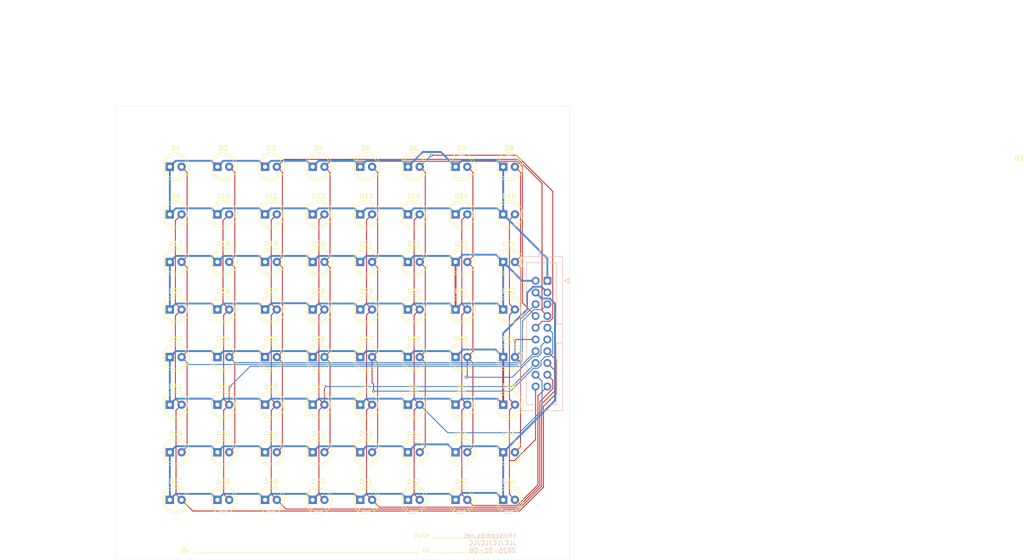
<source format=kicad_pcb>
(kicad_pcb (version 20241229) (generator "pcbnew") (generator_version "9.0")
  (title_block (date "2026-01-06") (company "Chris Combs"))
  (layers (0 "F.Cu" signal) (2 "B.Cu" signal) (13 "F.Paste" user) (15 "B.Paste" user) (5 "F.SilkS" user "F.Silkscreen") (7 "B.SilkS" user "B.Silkscreen") (1 "F.Mask" user) (3 "B.Mask" user) (25 "Edge.Cuts" user))
  (net 0 "")
  (net 1 "SRC_{00}")
  (net 2 "SINK_{00}")
  (net 3 "SRC_{01}")
  (net 4 "SRC_{02}")
  (net 5 "SRC_{03}")
  (net 6 "SRC_{04}")
  (net 7 "SRC_{05}")
  (net 8 "SRC_{06}")
  (net 9 "SRC_{07}")
  (net 10 "SRC_{08}")
  (net 11 "SRC_{09}")
  (net 12 "SRC_{10}")
  (net 13 "SRC_{11}")
  (net 14 "SRC_{12}")
  (net 15 "SRC_{13}")
  (net 16 "SRC_{14}")
  (net 17 "SRC_{15}")
  (net 18 "SINK_{01}")
  (net 19 "SINK_{02}")
  (net 20 "SINK_{03}")
  (footprint "LED_THT:LED_D5.0mm" (layer "F.Cu") (at 163.62733 73.571428)
    (property "Reference" "D24")
    (property "Value" "LED")
  )
  (footprint "LED_THT:LED_D5.0mm" (layer "F.Cu") (at 112.198758 114.714285)
    (property "Reference" "D51")
    (property "Value" "LED")
  )
  (footprint "LED_THT:LED_D5.0mm" (layer "F.Cu") (at 91.62733 114.714285)
    (property "Reference" "D49")
    (property "Value" "LED")
  )
  (footprint "LED_THT:LED_D5.0mm" (layer "F.Cu") (at 132.770187 63.285714)
    (property "Reference" "D13")
    (property "Value" "LED")
  )
  (footprint "LED_THT:LED_D5.0mm" (layer "F.Cu") (at 132.770187 73.571428)
    (property "Reference" "D21")
    (property "Value" "LED")
  )
  (footprint "LED_THT:LED_D5.0mm" (layer "F.Cu") (at 91.62733 125)
    (property "Reference" "D57")
    (property "Value" "LED")
  )
  (footprint "LED_THT:LED_D5.0mm" (layer "F.Cu") (at 122.484472 63.285714)
    (property "Reference" "D12")
    (property "Value" "LED")
  )
  (footprint "LED_THT:LED_D5.0mm" (layer "F.Cu") (at 132.770187 114.714285)
    (property "Reference" "D53")
    (property "Value" "LED")
  )
  (footprint "LED_THT:LED_D5.0mm" (layer "F.Cu") (at 153.341615 83.857142)
    (property "Reference" "D31")
    (property "Value" "LED")
  )
  (footprint "LED_THT:LED_D5.0mm" (layer "F.Cu") (at 112.198758 104.428571)
    (property "Reference" "D43")
    (property "Value" "LED")
  )
  (footprint "LED_THT:LED_D5.0mm" (layer "F.Cu") (at 91.62733 104.428571)
    (property "Reference" "D41")
    (property "Value" "LED")
  )
  (footprint "LED_THT:LED_D5.0mm" (layer "F.Cu") (at 101.913044 73.571428)
    (property "Reference" "D18")
    (property "Value" "LED")
  )
  (footprint "LED_THT:LED_D5.0mm" (layer "F.Cu") (at 132.770187 83.857142)
    (property "Reference" "D29")
    (property "Value" "LED")
  )
  (footprint "LED_THT:LED_D5.0mm" (layer "F.Cu") (at 132.770187 104.428571)
    (property "Reference" "D45")
    (property "Value" "LED")
  )
  (footprint "LED_THT:LED_D5.0mm" (layer "F.Cu") (at 132.770187 94.142857)
    (property "Reference" "D37")
    (property "Value" "LED")
  )
  (footprint "LED_THT:LED_D5.0mm" (layer "F.Cu") (at 153.341615 73.571428)
    (property "Reference" "D23")
    (property "Value" "LED")
  )
  (footprint "LED_THT:LED_D5.0mm" (layer "F.Cu") (at 143.055901 83.857142)
    (property "Reference" "D30")
    (property "Value" "LED")
  )
  (footprint "LED_THT:LED_D5.0mm" (layer "F.Cu") (at 91.62733 83.857142)
    (property "Reference" "D25")
    (property "Value" "LED")
  )
  (footprint "LED_THT:LED_D5.0mm" (layer "F.Cu") (at 122.484472 53)
    (property "Reference" "D4")
    (property "Value" "LED")
  )
  (footprint "LED_THT:LED_D5.0mm" (layer "F.Cu") (at 163.62733 63.285714)
    (property "Reference" "D16")
    (property "Value" "LED")
  )
  (footprint "LED_THT:LED_D5.0mm" (layer "F.Cu") (at 163.62733 53)
    (property "Reference" "D8")
    (property "Value" "LED")
  )
  (footprint "LED_THT:LED_D5.0mm" (layer "F.Cu") (at 143.055901 63.285714)
    (property "Reference" "D14")
    (property "Value" "LED")
  )
  (footprint "LED_THT:LED_D5.0mm" (layer "F.Cu") (at 143.055901 53)
    (property "Reference" "D6")
    (property "Value" "LED")
  )
  (footprint "LED_THT:LED_D5.0mm" (layer "F.Cu") (at 132.770187 53)
    (property "Reference" "D5")
    (property "Value" "LED")
  )
  (footprint "LED_THT:LED_D5.0mm" (layer "F.Cu") (at 163.62733 94.142857)
    (property "Reference" "D40")
    (property "Value" "LED")
  )
  (footprint "LED_THT:LED_D5.0mm" (layer "F.Cu") (at 143.055901 125)
    (property "Reference" "D62")
    (property "Value" "LED")
  )
  (footprint "MountingHole:MountingHole_3.2mm_M3" (layer "F.Cu") (at 84 49)
    (property "Reference" "H1" (hide yes))
    (property "Value" "MountingHole" (hide yes))
  )
  (footprint "MountingHole:MountingHole_3.2mm_M3" (layer "F.Cu") (at 174 129)
    (property "Reference" "H3")
    (property "Value" "MountingHole" (hide yes))
  )
  (footprint "LED_THT:LED_D5.0mm" (layer "F.Cu") (at 122.484472 125)
    (property "Reference" "D60")
    (property "Value" "LED")
  )
  (footprint "LED_THT:LED_D5.0mm" (layer "F.Cu") (at 163.62733 104.428571)
    (property "Reference" "D48")
    (property "Value" "LED")
  )
  (footprint "LED_THT:LED_D5.0mm" (layer "F.Cu") (at 122.484472 73.571428)
    (property "Reference" "D20")
    (property "Value" "LED")
  )
  (footprint "LED_THT:LED_D5.0mm" (layer "F.Cu") (at 153.341615 53)
    (property "Reference" "D7")
    (property "Value" "LED")
  )
  (footprint "LED_THT:LED_D5.0mm" (layer "F.Cu") (at 153.341615 114.714285)
    (property "Reference" "D55")
    (property "Value" "LED")
  )
  (footprint "LED_THT:LED_D5.0mm" (layer "F.Cu") (at 101.913044 104.428571)
    (property "Reference" "D42")
    (property "Value" "LED")
  )
  (footprint "LED_THT:LED_D5.0mm" (layer "F.Cu") (at 122.484472 104.428571)
    (property "Reference" "D44")
    (property "Value" "LED")
  )
  (footprint "LED_THT:LED_D5.0mm" (layer "F.Cu") (at 143.055901 114.714285)
    (property "Reference" "D54")
    (property "Value" "LED")
  )
  (footprint "LED_THT:LED_D5.0mm" (layer "F.Cu") (at 91.62733 94.142857)
    (property "Reference" "D33")
    (property "Value" "LED")
  )
  (footprint "LED_THT:LED_D5.0mm" (layer "F.Cu") (at 143.055901 104.428571)
    (property "Reference" "D46")
    (property "Value" "LED")
  )
  (footprint "LED_THT:LED_D5.0mm" (layer "F.Cu") (at 143.055901 73.571428)
    (property "Reference" "D22")
    (property "Value" "LED")
  )
  (footprint "LED_THT:LED_D5.0mm" (layer "F.Cu") (at 101.913044 114.714285)
    (property "Reference" "D50")
    (property "Value" "LED")
  )
  (footprint "LED_THT:LED_D5.0mm" (layer "F.Cu") (at 153.341615 94.142857)
    (property "Reference" "D39")
    (property "Value" "LED")
  )
  (footprint "LED_THT:LED_D5.0mm" (layer "F.Cu") (at 112.198758 63.285714)
    (property "Reference" "D11")
    (property "Value" "LED")
  )
  (footprint "LED_THT:LED_D5.0mm" (layer "F.Cu") (at 112.198758 73.571428)
    (property "Reference" "D19")
    (property "Value" "LED")
  )
  (footprint "LED_THT:LED_D5.0mm" (layer "F.Cu") (at 153.341615 63.285714)
    (property "Reference" "D15")
    (property "Value" "LED")
  )
  (footprint "LED_THT:LED_D5.0mm" (layer "F.Cu") (at 101.913044 125)
    (property "Reference" "D58")
    (property "Value" "LED")
  )
  (footprint "LED_THT:LED_D5.0mm" (layer "F.Cu") (at 101.913044 94.142857)
    (property "Reference" "D34")
    (property "Value" "LED")
  )
  (footprint "LED_THT:LED_D5.0mm" (layer "F.Cu") (at 153.341615 104.428571)
    (property "Reference" "D47")
    (property "Value" "LED")
  )
  (footprint "LED_THT:LED_D5.0mm" (layer "F.Cu") (at 132.770187 125)
    (property "Reference" "D61")
    (property "Value" "LED")
  )
  (footprint "LED_THT:LED_D5.0mm" (layer "F.Cu") (at 112.198758 125)
    (property "Reference" "D59")
    (property "Value" "LED")
  )
  (footprint "LED_THT:LED_D5.0mm" (layer "F.Cu") (at 163.62733 114.714285)
    (property "Reference" "D56")
    (property "Value" "LED")
  )
  (footprint "LED_THT:LED_D5.0mm" (layer "F.Cu") (at 112.198758 94.142857)
    (property "Reference" "D35")
    (property "Value" "LED")
  )
  (footprint "LED_THT:LED_D5.0mm" (layer "F.Cu") (at 122.484472 114.714285)
    (property "Reference" "D52")
    (property "Value" "LED")
  )
  (footprint "LED_THT:LED_D5.0mm" (layer "F.Cu") (at 112.198758 83.857142)
    (property "Reference" "D27")
    (property "Value" "LED")
  )
  (footprint "MountingHole:MountingHole_3.2mm_M3" (layer "F.Cu") (at 174 49)
    (property "Reference" "H2" (hide yes))
    (property "Value" "MountingHole" (hide yes))
  )
  (footprint "LED_THT:LED_D5.0mm" (layer "F.Cu") (at 153.341615 125)
    (property "Reference" "D63")
    (property "Value" "LED")
  )
  (footprint "LED_THT:LED_D5.0mm" (layer "F.Cu") (at 101.913044 63.285714)
    (property "Reference" "D10")
    (property "Value" "LED")
  )
  (footprint "LED_THT:LED_D5.0mm" (layer "F.Cu") (at 163.62733 83.857142)
    (property "Reference" "D32")
    (property "Value" "LED")
  )
  (footprint "LED_THT:LED_D5.0mm" (layer "F.Cu") (at 91.62733 53)
    (property "Reference" "D1")
    (property "Value" "LED")
  )
  (footprint "LED_THT:LED_D5.0mm" (layer "F.Cu") (at 143.055901 94.142857)
    (property "Reference" "D38")
    (property "Value" "LED")
  )
  (footprint "LED_THT:LED_D5.0mm" (layer "F.Cu") (at 122.484472 83.857142)
    (property "Reference" "D28")
    (property "Value" "LED")
  )
  (footprint "LED_THT:LED_D5.0mm" (layer "F.Cu") (at 163.62733 125)
    (property "Reference" "D64")
    (property "Value" "LED")
  )
  (footprint "LED_THT:LED_D5.0mm" (layer "F.Cu") (at 91.62733 63.285714)
    (property "Reference" "D9")
    (property "Value" "LED")
  )
  (footprint "LED_THT:LED_D5.0mm" (layer "F.Cu") (at 101.913044 53)
    (property "Reference" "D2")
    (property "Value" "LED")
  )
  (footprint "LED_THT:LED_D5.0mm" (layer "F.Cu") (at 112.198758 53)
    (property "Reference" "D3")
    (property "Value" "LED")
  )
  (footprint "LED_THT:LED_D5.0mm" (layer "F.Cu") (at 122.484472 94.142857)
    (property "Reference" "D36")
    (property "Value" "LED")
  )
  (footprint "MountingHole:MountingHole_3.2mm_M3" (layer "F.Cu") (at 84 129)
    (property "Reference" "H4" (hide yes))
    (property "Value" "MountingHole" (hide yes))
  )
  (footprint "LED_THT:LED_D5.0mm" (layer "F.Cu") (at 101.913044 83.857142)
    (property "Reference" "D26")
    (property "Value" "LED")
  )
  (footprint "LED_THT:LED_D5.0mm" (layer "F.Cu") (at 91.62733 73.571428)
    (property "Reference" "D17")
    (property "Value" "LED")
  )
  (footprint "Connector_IDC:IDC-Header_2x10_P2.54mm_Vertical" (layer "B.Cu") (at 173.16733 77.64 180)
    (property "Reference" "J1")
    (property "Value" "Conn_02x10_Odd_Even" (hide yes))
  )
  (gr_rect (start 80 40) (end 178 138) (stroke (width 0.05)) (fill no) (layer "Edge.Cuts"))
  (gr_text "Date _____________________\n\nBy ________________________________________________________________ ID _____________________" (at 164.5 136.5 0) (layer "F.SilkS") (effects (font (size 1 1)) (justify right bottom)))
  (gr_text "chriscombs.net\nJLCJLCJLCJLC\n${ISSUE_DATE}" (at 166.5 136.5 0) (layer "B.SilkS") (effects (font (size 1 1) (thickness 0.1)) (justify left bottom mirror)))
  (segment (start 94.16733 53) (end 95.36833 54.201) (width 0.2) (layer "F.Cu") (net 1))
  (segment (start 95.36833 92.941857) (end 95.36833 74.772428) (width 0.2) (layer "F.Cu") (net 1))
  (segment (start 94.16733 94.142857) (end 95.36833 92.941857) (width 0.2) (layer "F.Cu") (net 1))
  (segment (start 95.36833 72.370428) (end 94.16733 73.571428) (width 0.2) (layer "F.Cu") (net 1))
  (segment (start 95.36833 113.513285) (end 94.16733 114.714285) (width 0.2) (layer "F.Cu") (net 1))
  (segment (start 95.36833 95.343857) (end 95.36833 113.513285) (width 0.2) (layer "F.Cu") (net 1))
  (segment (start 94.16733 94.142857) (end 95.36833 95.343857) (width 0.2) (layer "F.Cu") (net 1))
  (segment (start 95.36833 74.772428) (end 94.16733 73.571428) (width 0.2) (layer "F.Cu") (net 1))
  (segment (start 95.36833 54.201) (end 95.36833 72.370428) (width 0.2) (layer "F.Cu") (net 1))
  (segment (start 172.01633 83.871) (end 170.25633 83.871) (width 0.2) (layer "B.Cu") (net 1))
  (segment (start 95.76933 95.744857) (end 94.16733 94.142857) (width 0.2) (layer "B.Cu") (net 1))
  (segment (start 167.76933 94.806428) (end 166.830901 95.744857) (width 0.2) (layer "B.Cu") (net 1))
  (segment (start 170.25633 83.871) (end 167.76933 86.358) (width 0.2) (layer "B.Cu") (net 1))
  (segment (start 166.830901 95.744857) (end 95.76933 95.744857) (width 0.2) (layer "B.Cu") (net 1))
  (segment (start 173.16733 82.72) (end 172.01633 83.871) (width 0.2) (layer "B.Cu") (net 1))
  (segment (start 167.76933 86.358) (end 167.76933 94.806428) (width 0.2) (layer "B.Cu") (net 1))
  (segment (start 152.040615 61.984714) (end 153.341615 63.285714) (width 0.4) (layer "B.Cu") (net 2))
  (segment (start 121.183472 61.984714) (end 122.484472 63.285714) (width 0.4) (layer "B.Cu") (net 2))
  (segment (start 134.270187 51.5) (end 141.555901 51.5) (width 0.4) (layer "B.Cu") (net 2))
  (segment (start 150.140614 49.799) (end 153.341615 53) (width 0.4) (layer "B.Cu") (net 2))
  (segment (start 112.198758 63.285714) (end 113.499758 61.984714) (width 0.4) (layer "B.Cu") (net 2))
  (segment (start 144.356901 61.984714) (end 152.040615 61.984714) (width 0.4) (layer "B.Cu") (net 2))
  (segment (start 101.913044 53) (end 103.214044 51.699) (width 0.4) (layer "B.Cu") (net 2))
  (segment (start 92.92833 51.699) (end 100.612044 51.699) (width 0.4) (layer "B.Cu") (net 2))
  (segment (start 163.62733 53) (end 162.12733 51.5) (width 0.4) (layer "B.Cu") (net 2))
  (segment (start 121.183472 51.699) (end 122.484472 53) (width 0.4) (layer "B.Cu") (net 2))
  (segment (start 123.785472 61.984714) (end 131.469187 61.984714) (width 0.4) (layer "B.Cu") (net 2))
  (segment (start 153.341615 63.285714) (end 154.642615 61.984714) (width 0.4) (layer "B.Cu") (net 2))
  (segment (start 143.055901 63.285714) (end 144.356901 61.984714) (width 0.4) (layer "B.Cu") (net 2))
  (segment (start 113.499758 51.699) (end 121.183472 51.699) (width 0.4) (layer "B.Cu") (net 2))
  (segment (start 91.62733 53) (end 92.92833 51.699) (width 0.4) (layer "B.Cu") (net 2))
  (segment (start 132.770187 53) (end 134.270187 51.5) (width 0.4) (layer "B.Cu") (net 2))
  (segment (start 162.32633 61.984714) (end 163.62733 63.285714) (width 0.4) (layer "B.Cu") (net 2))
  (segment (start 112.198758 53) (end 113.499758 51.699) (width 0.4) (layer "B.Cu") (net 2))
  (segment (start 141.555901 51.5) (end 143.055901 53) (width 0.4) (layer "B.Cu") (net 2))
  (segment (start 173.16733 72.825714) (end 163.62733 63.285714) (width 0.4) (layer "B.Cu") (net 2))
  (segment (start 92.92833 61.984714) (end 100.612044 61.984714) (width 0.4) (layer "B.Cu") (net 2))
  (segment (start 110.897758 51.699) (end 112.198758 53) (width 0.4) (layer "B.Cu") (net 2))
  (segment (start 100.612044 61.984714) (end 101.913044 63.285714) (width 0.4) (layer "B.Cu") (net 2))
  (segment (start 146.256901 49.799) (end 150.140614 49.799) (width 0.4) (layer "B.Cu") (net 2))
  (segment (start 143.055901 53) (end 146.256901 49.799) (width 0.4) (layer "B.Cu") (net 2))
  (segment (start 154.841615 51.5) (end 153.341615 53) (width 0.4) (layer "B.Cu") (net 2))
  (segment (start 103.214044 61.984714) (end 110.897758 61.984714) (width 0.4) (layer "B.Cu") (net 2))
  (segment (start 91.62733 63.285714) (end 92.92833 61.984714) (width 0.4) (layer "B.Cu") (net 2))
  (segment (start 123.785472 51.699) (end 131.469187 51.699) (width 0.4) (layer "B.Cu") (net 2))
  (segment (start 122.484472 63.285714) (end 123.785472 61.984714) (width 0.4) (layer "B.Cu") (net 2))
  (segment (start 141.754901 61.984714) (end 143.055901 63.285714) (width 0.4) (layer "B.Cu") (net 2))
  (segment (start 100.612044 51.699) (end 101.913044 53) (width 0.4) (layer "B.Cu") (net 2))
  (segment (start 162.12733 51.5) (end 154.841615 51.5) (width 0.4) (layer "B.Cu") (net 2))
  (segment (start 132.770187 63.285714) (end 134.071187 61.984714) (width 0.4) (layer "B.Cu") (net 2))
  (segment (start 131.469187 51.699) (end 132.770187 53) (width 0.4) (layer "B.Cu") (net 2))
  (segment (start 110.897758 61.984714) (end 112.198758 63.285714) (width 0.4) (layer "B.Cu") (net 2))
  (segment (start 103.214044 51.699) (end 110.897758 51.699) (width 0.4) (layer "B.Cu") (net 2))
  (segment (start 131.469187 61.984714) (end 132.770187 63.285714) (width 0.4) (layer "B.Cu") (net 2))
  (segment (start 173.16733 77.64) (end 173.16733 72.825714) (width 0.4) (layer "B.Cu") (net 2))
  (segment (start 154.642615 61.984714) (end 162.32633 61.984714) (width 0.4) (layer "B.Cu") (net 2))
  (segment (start 122.484472 53) (end 123.785472 51.699) (width 0.4) (layer "B.Cu") (net 2))
  (segment (start 113.499758 61.984714) (end 121.183472 61.984714) (width 0.4) (layer "B.Cu") (net 2))
  (segment (start 163.62733 63.285714) (end 163.62733 53) (width 0.4) (layer "B.Cu") (net 2))
  (segment (start 91.62733 63.285714) (end 91.62733 53) (width 0.4) (layer "B.Cu") (net 2))
  (segment (start 134.071187 61.984714) (end 141.754901 61.984714) (width 0.4) (layer "B.Cu") (net 2))
  (segment (start 101.913044 63.285714) (end 103.214044 61.984714) (width 0.4) (layer "B.Cu") (net 2))
  (segment (start 105.654044 95.343857) (end 104.453044 94.142857) (width 0.2) (layer "F.Cu") (net 3))
  (segment (start 104.453044 73.571428) (end 105.654044 72.370428) (width 0.2) (layer "F.Cu") (net 3))
  (segment (start 104.453044 114.714285) (end 105.654044 113.513285) (width 0.2) (layer "F.Cu") (net 3))
  (segment (start 105.654044 92.941857) (end 105.654044 74.772428) (width 0.2) (layer "F.Cu") (net 3))
  (segment (start 105.654044 74.772428) (end 104.453044 73.571428) (width 0.2) (layer "F.Cu") (net 3))
  (segment (start 105.654044 54.201) (end 104.453044 53) (width 0.2) (layer "F.Cu") (net 3))
  (segment (start 105.654044 113.513285) (end 105.654044 95.343857) (width 0.2) (layer "F.Cu") (net 3))
  (segment (start 105.654044 72.370428) (end 105.654044 54.201) (width 0.2) (layer "F.Cu") (net 3))
  (segment (start 104.453044 94.142857) (end 105.654044 92.941857) (width 0.2) (layer "F.Cu") (net 3))
  (segment (start 167.36833 94.640328) (end 166.664801 95.343857) (width 0.2) (layer "B.Cu") (net 3))
  (segment (start 105.654044 95.343857) (end 104.453044 94.142857) (width 0.2) (layer "B.Cu") (net 3))
  (segment (start 170.62733 82.72) (end 167.36833 85.979) (width 0.2) (layer "B.Cu") (net 3))
  (segment (start 167.36833 85.979) (end 167.36833 94.640328) (width 0.2) (layer "B.Cu") (net 3))
  (segment (start 166.664801 95.343857) (end 105.654044 95.343857) (width 0.2) (layer "B.Cu") (net 3))
  (segment (start 115.939758 95.343857) (end 114.738758 94.142857) (width 0.2) (layer "F.Cu") (net 4))
  (segment (start 115.939758 72.370428) (end 114.738758 73.571428) (width 0.2) (layer "F.Cu") (net 4))
  (segment (start 114.738758 94.142857) (end 115.939758 92.941857) (width 0.2) (layer "F.Cu") (net 4))
  (segment (start 114.738758 53) (end 115.939758 54.201) (width 0.2) (layer "F.Cu") (net 4))
  (segment (start 115.939758 54.201) (end 115.939758 72.370428) (width 0.2) (layer "F.Cu") (net 4))
  (segment (start 172.01633 84.109) (end 172.01633 56.583429) (width 0.2) (layer "F.Cu") (net 4))
  (segment (start 172.01633 56.583429) (end 166.830901 51.398) (width 0.2) (layer "F.Cu") (net 4))
  (segment (start 115.939758 74.772428) (end 114.738758 73.571428) (width 0.2) (layer "F.Cu") (net 4))
  (segment (start 115.939758 113.513285) (end 115.939758 95.343857) (width 0.2) (layer "F.Cu") (net 4))
  (segment (start 166.830901 51.398) (end 116.340758 51.398) (width 0.2) (layer "F.Cu") (net 4))
  (segment (start 116.340758 51.398) (end 114.738758 53) (width 0.2) (layer "F.Cu") (net 4))
  (segment (start 173.16733 85.26) (end 172.01633 84.109) (width 0.2) (layer "F.Cu") (net 4))
  (segment (start 114.738758 114.714285) (end 115.939758 113.513285) (width 0.2) (layer "F.Cu") (net 4))
  (segment (start 115.939758 92.941857) (end 115.939758 74.772428) (width 0.2) (layer "F.Cu") (net 4))
  (segment (start 125.024472 114.714285) (end 126.225472 113.513285) (width 0.2) (layer "F.Cu") (net 5))
  (segment (start 125.024472 94.142857) (end 126.225472 92.941857) (width 0.2) (layer "F.Cu") (net 5))
  (segment (start 166.664801 51.799) (end 126.225472 51.799) (width 0.2) (layer "F.Cu") (net 5))
  (segment (start 125.024472 53) (end 126.225472 54.201) (width 0.2) (layer "F.Cu") (net 5))
  (segment (start 170.62733 85.26) (end 167.76933 82.402) (width 0.2) (layer "F.Cu") (net 5))
  (segment (start 126.225472 54.201) (end 126.225472 72.370428) (width 0.2) (layer "F.Cu") (net 5))
  (segment (start 126.225472 72.370428) (end 125.024472 73.571428) (width 0.2) (layer "F.Cu") (net 5))
  (segment (start 126.225472 95.343857) (end 125.024472 94.142857) (width 0.2) (layer "F.Cu") (net 5))
  (segment (start 126.225472 92.941857) (end 126.225472 74.772428) (width 0.2) (layer "F.Cu") (net 5))
  (segment (start 167.76933 52.903529) (end 166.664801 51.799) (width 0.2) (layer "F.Cu") (net 5))
  (segment (start 126.225472 113.513285) (end 126.225472 95.343857) (width 0.2) (layer "F.Cu") (net 5))
  (segment (start 126.225472 51.799) (end 125.024472 53) (width 0.2) (layer "F.Cu") (net 5))
  (segment (start 126.225472 74.772428) (end 125.024472 73.571428) (width 0.2) (layer "F.Cu") (net 5))
  (segment (start 167.76933 82.402) (end 167.76933 52.903529) (width 0.2) (layer "F.Cu") (net 5))
  (segment (start 135.310187 94.142857) (end 136.511187 95.343857) (width 0.2) (layer "F.Cu") (net 6))
  (segment (start 135.62733 100) (end 135.310187 99.682857) (width 0.2) (layer "F.Cu") (net 6))
  (segment (start 136.511187 74.772428) (end 135.310187 73.571428) (width 0.2) (layer "F.Cu") (net 6))
  (segment (start 135.310187 53) (end 136.511187 54.201) (width 0.2) (layer "F.Cu") (net 6))
  (segment (start 136.511187 95.343857) (end 136.511187 113.513285) (width 0.2) (layer "F.Cu") (net 6))
  (segment (start 135.310187 94.142857) (end 136.511187 92.941857) (width 0.2) (layer "F.Cu") (net 6))
  (segment (start 135.62733 101.5) (end 135.62733 100) (width 0.2) (layer "F.Cu") (net 6))
  (segment (start 136.511187 54.201) (end 136.511187 72.370428) (width 0.2) (layer "F.Cu") (net 6))
  (segment (start 136.511187 113.513285) (end 135.310187 114.714285) (width 0.2) (layer "F.Cu") (net 6))
  (segment (start 135.310187 99.682857) (end 135.310187 94.142857) (width 0.2) (layer "F.Cu") (net 6))
  (segment (start 136.511187 92.941857) (end 136.511187 74.772428) (width 0.2) (layer "F.Cu") (net 6))
  (segment (start 136.511187 72.370428) (end 135.310187 73.571428) (width 0.2) (layer "F.Cu") (net 6))
  (via (at 135.62733 101.5) (size 0.6) (drill 0.3) (layers "F.Cu" "B.Cu") (net 6))
  (segment (start 171.77833 94.94324) (end 171.77833 95.89676) (width 0.2) (layer "B.Cu") (net 6))
  (segment (start 171.10409 96.571) (end 170.15057 96.571) (width 0.2) (layer "B.Cu") (net 6))
  (segment (start 165.22157 101.5) (end 135.62733 101.5) (width 0.2) (layer "B.Cu") (net 6))
  (segment (start 172.69057 94.031) (end 171.77833 94.94324) (width 0.2) (layer "B.Cu") (net 6))
  (segment (start 173.16733 87.8) (end 174.31833 88.951) (width 0.2) (layer "B.Cu") (net 6))
  (segment (start 174.31833 93.35676) (end 173.64409 94.031) (width 0.2) (layer "B.Cu") (net 6))
  (segment (start 173.64409 94.031) (end 172.69057 94.031) (width 0.2) (layer "B.Cu") (net 6))
  (segment (start 174.31833 88.951) (end 174.31833 93.35676) (width 0.2) (layer "B.Cu") (net 6))
  (segment (start 170.15057 96.571) (end 165.22157 101.5) (width 0.2) (layer "B.Cu") (net 6))
  (segment (start 171.77833 95.89676) (end 171.10409 96.571) (width 0.2) (layer "B.Cu") (net 6))
  (segment (start 146.796901 113.513285) (end 146.796901 95.343857) (width 0.2) (layer "F.Cu") (net 7))
  (segment (start 148.12733 50.5) (end 166.5 50.5) (width 0.2) (layer "F.Cu") (net 7))
  (segment (start 145.595901 94.142857) (end 146.796901 92.941857) (width 0.2) (layer "F.Cu") (net 7))
  (segment (start 174.31833 58.31833) (end 174.31833 85.73676) (width 0.2) (layer "F.Cu") (net 7))
  (segment (start 146.796901 54.201) (end 145.595901 53) (width 0.2) (layer "F.Cu") (net 7))
  (segment (start 145.595901 114.714285) (end 146.796901 113.513285) (width 0.2) (layer "F.Cu") (net 7))
  (segment (start 173.64409 86.411) (end 172.01633 86.411) (width 0.2) (layer "F.Cu") (net 7))
  (segment (start 146.796901 92.941857) (end 146.796901 74.772428) (width 0.2) (layer "F.Cu") (net 7))
  (segment (start 146.796901 72.370428) (end 146.796901 54.201) (width 0.2) (layer "F.Cu") (net 7))
  (segment (start 166.5 50.5) (end 174.31833 58.31833) (width 0.2) (layer "F.Cu") (net 7))
  (segment (start 145.595901 73.571428) (end 146.796901 72.370428) (width 0.2) (layer "F.Cu") (net 7))
  (segment (start 174.31833 85.73676) (end 173.64409 86.411) (width 0.2) (layer "F.Cu") (net 7))
  (segment (start 146.796901 74.772428) (end 145.595901 73.571428) (width 0.2) (layer "F.Cu") (net 7))
  (segment (start 146.796901 95.343857) (end 145.595901 94.142857) (width 0.2) (layer "F.Cu") (net 7))
  (segment (start 172.01633 86.411) (end 170.62733 87.8) (width 0.2) (layer "F.Cu") (net 7))
  (via (at 148.12733 50.5) (size 0.6) (drill 0.3) (layers "F.Cu" "B.Cu") (net 7))
  (segment (start 146.611615 51.984285) (end 146.643045 51.984285) (width 0.2) (layer "B.Cu") (net 7))
  (segment (start 146.643045 51.984285) (end 148.12733 50.5) (width 0.2) (layer "B.Cu") (net 7))
  (segment (start 146.611615 51.984285) (end 145.595901 53) (width 0.2) (layer "B.Cu") (net 7))
  (segment (start 155.881615 73.571428) (end 157.082615 74.772428) (width 0.2) (layer "F.Cu") (net 8))
  (segment (start 157.082615 74.772428) (end 157.082615 92.941857) (width 0.2) (layer "F.Cu") (net 8))
  (segment (start 157.082615 72.370428) (end 155.881615 73.571428) (width 0.2) (layer "F.Cu") (net 8))
  (segment (start 157.082615 54.201) (end 157.082615 72.370428) (width 0.2) (layer "F.Cu") (net 8))
  (segment (start 155.881615 53) (end 157.082615 54.201) (width 0.2) (layer "F.Cu") (net 8))
  (segment (start 155.62733 98.5) (end 155.881615 98.245715) (width 0.2) (layer "F.Cu") (net 8))
  (segment (start 155.881615 98.245715) (end 155.881615 94.142857) (width 0.2) (layer "F.Cu") (net 8))
  (segment (start 157.082615 92.941857) (end 155.881615 94.142857) (width 0.2) (layer "F.Cu") (net 8))
  (segment (start 157.082615 113.513285) (end 155.881615 114.714285) (width 0.2) (layer "F.Cu") (net 8))
  (segment (start 157.082615 95.343857) (end 157.082615 113.513285) (width 0.2) (layer "F.Cu") (net 8))
  (segment (start 155.881615 94.142857) (end 157.082615 95.343857) (width 0.2) (layer "F.Cu") (net 8))
  (via (at 155.62733 98.5) (size 0.6) (drill 0.3) (layers "F.Cu" "B.Cu") (net 8))
  (segment (start 173.16733 90.34) (end 171.77833 91.729) (width 0.2) (layer "B.Cu") (net 8))
  (segment (start 165.57443 98.5) (end 155.62733 98.5) (width 0.2) (layer "B.Cu") (net 8))
  (segment (start 171.10409 94.031) (end 170.04343 94.031) (width 0.2) (layer "B.Cu") (net 8))
  (segment (start 171.77833 93.35676) (end 171.10409 94.031) (width 0.2) (layer "B.Cu") (net 8))
  (segment (start 171.77833 91.729) (end 171.77833 93.35676) (width 0.2) (layer "B.Cu") (net 8))
  (segment (start 170.04343 94.031) (end 165.57443 98.5) (width 0.2) (layer "B.Cu") (net 8))
  (segment (start 167.36833 95.343857) (end 166.16733 94.142857) (width 0.2) (layer "F.Cu") (net 9))
  (segment (start 167.36833 74.772428) (end 166.16733 73.571428) (width 0.2) (layer "F.Cu") (net 9))
  (segment (start 166.28733 90.34) (end 166.12733 90.5) (width 0.2) (layer "F.Cu") (net 9))
  (segment (start 166.16733 114.714285) (end 167.36833 113.513285) (width 0.2) (layer "F.Cu") (net 9))
  (segment (start 170.62733 90.34) (end 166.28733 90.34) (width 0.2) (layer "F.Cu") (net 9))
  (segment (start 167.36833 54.201) (end 166.16733 53) (width 0.2) (layer "F.Cu") (net 9))
  (segment (start 167.36833 72.370428) (end 167.36833 54.201) (width 0.2) (layer "F.Cu") (net 9))
  (segment (start 166.16733 94.142857) (end 167.36833 92.941857) (width 0.2) (layer "F.Cu") (net 9))
  (segment (start 167.36833 113.513285) (end 167.36833 95.343857) (width 0.2) (layer "F.Cu") (net 9))
  (segment (start 166.16733 73.571428) (end 167.36833 72.370428) (width 0.2) (layer "F.Cu") (net 9))
  (segment (start 167.36833 92.941857) (end 167.36833 74.772428) (width 0.2) (layer "F.Cu") (net 9))
  (via (at 166.12733 90.5) (size 0.6) (drill 0.3) (layers "F.Cu" "B.Cu") (net 9))
  (segment (start 166.16733 90.54) (end 166.16733 94.142857) (width 0.2) (layer "B.Cu") (net 9))
  (segment (start 166.12733 90.5) (end 166.16733 90.54) (width 0.2) (layer "B.Cu") (net 9))
  (segment (start 92.96633 123.799) (end 94.16733 125) (width 0.2) (layer "F.Cu") (net 10))
  (segment (start 175.12033 102) (end 175.12033 94.833) (width 0.2) (layer "F.Cu") (net 10))
  (segment (start 96.57133 127.404) (end 167.163101 127.404) (width 0.2) (layer "F.Cu") (net 10))
  (segment (start 94.16733 63.285714) (end 92.82833 64.624714) (width 0.2) (layer "F.Cu") (net 10))
  (segment (start 172.33033 104.79) (end 175.12033 102) (width 0.2) (layer "F.Cu") (net 10))
  (segment (start 94.16733 125) (end 96.57133 127.404) (width 0.2) (layer "F.Cu") (net 10))
  (segment (start 167.163101 127.404) (end 172.097215 122.469885) (width 0.2) (layer "F.Cu") (net 10))
  (segment (start 92.82833 103.089571) (end 94.16733 104.428571) (width 0.2) (layer "F.Cu") (net 10))
  (segment (start 92.82833 64.624714) (end 92.82833 82.518142) (width 0.2) (layer "F.Cu") (net 10))
  (segment (start 172.097215 122.469885) (end 172.33033 122.236772) (width 0.2) (layer "F.Cu") (net 10))
  (segment (start 94.16733 104.428571) (end 92.96633 105.629571) (width 0.2) (layer "F.Cu") (net 10))
  (segment (start 172.33033 122.236772) (end 172.33033 104.79) (width 0.2) (layer "F.Cu") (net 10))
  (segment (start 92.96633 105.629571) (end 92.96633 123.799) (width 0.2) (layer "F.Cu") (net 10))
  (segment (start 175.12033 94.833) (end 173.16733 92.88) (width 0.2) (layer "F.Cu") (net 10))
  (segment (start 94.16733 83.857142) (end 92.82833 85.196142) (width 0.2) (layer "F.Cu") (net 10))
  (segment (start 92.82833 85.196142) (end 92.82833 103.089571) (width 0.2) (layer "F.Cu") (net 10))
  (segment (start 92.82833 82.518142) (end 94.16733 83.857142) (width 0.2) (layer "F.Cu") (net 10))
  (segment (start 103.252044 103.227571) (end 103.252044 85.058142) (width 0.2) (layer "F.Cu") (net 11))
  (segment (start 103.114044 82.518142) (end 103.114044 64.624714) (width 0.2) (layer "F.Cu") (net 11))
  (segment (start 103.114044 64.624714) (end 104.453044 63.285714) (width 0.2) (layer "F.Cu") (net 11))
  (segment (start 104.453044 83.857142) (end 103.114044 82.518142) (width 0.2) (layer "F.Cu") (net 11))
  (segment (start 104.453044 100.674286) (end 104.453044 104.428571) (width 0.2) (layer "F.Cu") (net 11))
  (segment (start 103.252044 105.629571) (end 104.453044 104.428571) (width 0.2) (layer "F.Cu") (net 11))
  (segment (start 104.62733 100.5) (end 104.453044 100.674286) (width 0.2) (layer "F.Cu") (net 11))
  (segment (start 103.252044 123.799) (end 103.252044 105.629571) (width 0.2) (layer "F.Cu") (net 11))
  (segment (start 103.252044 85.058142) (end 104.453044 83.857142) (width 0.2) (layer "F.Cu") (net 11))
  (segment (start 104.453044 104.428571) (end 103.252044 103.227571) (width 0.2) (layer "F.Cu") (net 11))
  (segment (start 104.453044 125) (end 103.252044 123.799) (width 0.2) (layer "F.Cu") (net 11))
  (via (at 104.62733 100.5) (size 0.6) (drill 0.3) (layers "F.Cu" "B.Cu") (net 11))
  (segment (start 108.981473 96.145857) (end 104.62733 100.5) (width 0.2) (layer "B.Cu") (net 11))
  (segment (start 170.62733 92.88) (end 167.361473 96.145857) (width 0.2) (layer "B.Cu") (net 11))
  (segment (start 167.361473 96.145857) (end 108.981473 96.145857) (width 0.2) (layer "B.Cu") (net 11))
  (segment (start 166.997001 127.003) (end 171.063665 122.936335) (width 0.2) (layer "F.Cu") (net 12))
  (segment (start 113.537758 82.656142) (end 113.537758 64.486714) (width 0.2) (layer "F.Cu") (net 12))
  (segment (start 114.738758 104.428571) (end 113.537758 103.227571) (width 0.2) (layer "F.Cu") (net 12))
  (segment (start 113.537758 64.486714) (end 114.738758 63.285714) (width 0.2) (layer "F.Cu") (net 12))
  (segment (start 113.537758 123.799) (end 113.537758 105.629571) (width 0.2) (layer "F.Cu") (net 12))
  (segment (start 171.92933 122.070672) (end 171.92933 104.29) (width 0.2) (layer "F.Cu") (net 12))
  (segment (start 174.71933 96.972) (end 173.16733 95.42) (width 0.2) (layer "F.Cu") (net 12))
  (segment (start 113.537758 105.629571) (end 114.738758 104.428571) (width 0.2) (layer "F.Cu") (net 12))
  (segment (start 114.738758 83.857142) (end 113.537758 82.656142) (width 0.2) (layer "F.Cu") (net 12))
  (segment (start 171.063665 122.936335) (end 171.92933 122.070672) (width 0.2) (layer "F.Cu") (net 12))
  (segment (start 114.738758 125) (end 113.537758 123.799) (width 0.2) (layer "F.Cu") (net 12))
  (segment (start 113.537758 103.227571) (end 113.537758 85.058142) (width 0.2) (layer "F.Cu") (net 12))
  (segment (start 174.71933 101.5) (end 174.71933 96.972) (width 0.2) (layer "F.Cu") (net 12))
  (segment (start 113.537758 85.058142) (end 114.738758 83.857142) (width 0.2) (layer "F.Cu") (net 12))
  (segment (start 116.741758 127.003) (end 166.997001 127.003) (width 0.2) (layer "F.Cu") (net 12))
  (segment (start 171.92933 104.29) (end 174.71933 101.5) (width 0.2) (layer "F.Cu") (net 12))
  (segment (start 114.738758 125) (end 116.741758 127.003) (width 0.2) (layer "F.Cu") (net 12))
  (segment (start 125.024472 125) (end 123.823472 123.799) (width 0.2) (layer "F.Cu") (net 13))
  (segment (start 125.12733 100.5) (end 125.024472 100.602858) (width 0.2) (layer "F.Cu") (net 13))
  (segment (start 123.823472 85.058142) (end 125.024472 83.857142) (width 0.2) (layer "F.Cu") (net 13))
  (segment (start 125.024472 100.602858) (end 125.024472 104.428571) (width 0.2) (layer "F.Cu") (net 13))
  (segment (start 125.024472 104.428571) (end 123.823472 103.227571) (width 0.2) (layer "F.Cu") (net 13))
  (segment (start 123.823472 64.486714) (end 123.823472 82.656142) (width 0.2) (layer "F.Cu") (net 13))
  (segment (start 123.823472 123.799) (end 123.823472 105.629571) (width 0.2) (layer "F.Cu") (net 13))
  (segment (start 125.024472 63.285714) (end 123.823472 64.486714) (width 0.2) (layer "F.Cu") (net 13))
  (segment (start 123.823472 82.656142) (end 125.024472 83.857142) (width 0.2) (layer "F.Cu") (net 13))
  (segment (start 123.823472 105.629571) (end 125.024472 104.428571) (width 0.2) (layer "F.Cu") (net 13))
  (segment (start 123.823472 103.227571) (end 123.823472 85.058142) (width 0.2) (layer "F.Cu") (net 13))
  (via (at 125.12733 100.5) (size 0.6) (drill 0.3) (layers "F.Cu" "B.Cu") (net 13))
  (segment (start 165.54733 100.5) (end 125.12733 100.5) (width 0.2) (layer "B.Cu") (net 13))
  (segment (start 170.62733 95.42) (end 165.54733 100.5) (width 0.2) (layer "B.Cu") (net 13))
  (segment (start 134.109187 103.227571) (end 134.109187 85.058142) (width 0.2) (layer "F.Cu") (net 14))
  (segment (start 174.31833 99.111) (end 173.16733 97.96) (width 0.2) (layer "F.Cu") (net 14))
  (segment (start 171.52833 103.79) (end 174.31833 101) (width 0.2) (layer "F.Cu") (net 14))
  (segment (start 174.31833 101) (end 174.31833 99.111) (width 0.2) (layer "F.Cu") (net 14))
  (segment (start 135.310187 125) (end 136.912187 126.602) (width 0.2) (layer "F.Cu") (net 14))
  (segment (start 134.109187 85.058142) (end 135.310187 83.857142) (width 0.2) (layer "F.Cu") (net 14))
  (segment (start 169.530115 123.902785) (end 171.52833 121.904572) (width 0.2) (layer "F.Cu") (net 14))
  (segment (start 171.52833 121.904572) (end 171.52833 103.79) (width 0.2) (layer "F.Cu") (net 14))
  (segment (start 135.310187 125) (end 134.109187 123.799) (width 0.2) (layer "F.Cu") (net 14))
  (segment (start 166.830901 126.602) (end 169.530115 123.902785) (width 0.2) (layer "F.Cu") (net 14))
  (segment (start 134.109187 64.486714) (end 135.310187 63.285714) (width 0.2) (layer "F.Cu") (net 14))
  (segment (start 134.109187 82.656142) (end 134.109187 64.486714) (width 0.2) (layer "F.Cu") (net 14))
  (segment (start 136.912187 126.602) (end 166.830901 126.602) (width 0.2) (layer "F.Cu") (net 14))
  (segment (start 135.310187 104.428571) (end 134.109187 103.227571) (width 0.2) (layer "F.Cu") (net 14))
  (segment (start 134.109187 105.629571) (end 135.310187 104.428571) (width 0.2) (layer "F.Cu") (net 14))
  (segment (start 134.109187 123.799) (end 134.109187 105.629571) (width 0.2) (layer "F.Cu") (net 14))
  (segment (start 135.310187 83.857142) (end 134.109187 82.656142) (width 0.2) (layer "F.Cu") (net 14))
  (segment (start 145.595901 104.428571) (end 144.394901 103.227571) (width 0.2) (layer "F.Cu") (net 15))
  (segment (start 145.595901 104.428571) (end 144.394901 105.629571) (width 0.2) (layer "F.Cu") (net 15))
  (segment (start 144.394901 82.656142) (end 144.394901 64.486714) (width 0.2) (layer "F.Cu") (net 15))
  (segment (start 144.394901 123.799) (end 145.595901 125) (width 0.2) (layer "F.Cu") (net 15))
  (segment (start 144.394901 105.629571) (end 144.394901 123.799) (width 0.2) (layer "F.Cu") (net 15))
  (segment (start 144.394901 64.486714) (end 145.595901 63.285714) (width 0.2) (layer "F.Cu") (net 15))
  (segment (start 144.394901 85.058142) (end 145.595901 83.857142) (width 0.2) (layer "F.Cu") (net 15))
  (segment (start 144.394901 103.227571) (end 144.394901 85.058142) (width 0.2) (layer "F.Cu") (net 15))
  (segment (start 145.595901 83.857142) (end 144.394901 82.656142) (width 0.2) (layer "F.Cu") (net 15))
  (segment (start 172.01633 105.611) (end 167.12733 110.5) (width 0.2) (layer "B.Cu") (net 15))
  (segment (start 170.62733 97.96) (end 172.01633 99.349) (width 0.2) (layer "B.Cu") (net 15))
  (segment (start 172.01633 99.349) (end 172.01633 105.611) (width 0.2) (layer "B.Cu") (net 15))
  (segment (start 151.66733 110.5) (end 145.595901 104.428571) (width 0.2) (layer "B.Cu") (net 15))
  (segment (start 167.12733 110.5) (end 151.66733 110.5) (width 0.2) (layer "B.Cu") (net 15))
  (segment (start 155.881615 125) (end 154.680615 123.799) (width 0.2) (layer "F.Cu") (net 16))
  (segment (start 157.082615 126.201) (end 155.881615 125) (width 0.2) (layer "F.Cu") (net 16))
  (segment (start 154.680615 123.799) (end 154.680615 105.629571) (width 0.2) (layer "F.Cu") (net 16))
  (segment (start 173.16733 100.5) (end 171.12733 102.54) (width 0.2) (layer "F.Cu") (net 16))
  (segment (start 155.881615 104.428571) (end 154.680615 103.227571) (width 0.2) (layer "F.Cu") (net 16))
  (segment (start 154.680615 82.656142) (end 155.881615 83.857142) (width 0.2) (layer "F.Cu") (net 16))
  (segment (start 154.680615 103.227571) (end 154.680615 85.058142) (width 0.2) (layer "F.Cu") (net 16))
  (segment (start 171.12733 121.738472) (end 166.664801 126.201) (width 0.2) (layer "F.Cu") (net 16))
  (segment (start 154.680615 105.629571) (end 155.881615 104.428571) (width 0.2) (layer "F.Cu") (net 16))
  (segment (start 154.680615 64.486714) (end 154.680615 82.656142) (width 0.2) (layer "F.Cu") (net 16))
  (segment (start 166.664801 126.201) (end 157.082615 126.201) (width 0.2) (layer "F.Cu") (net 16))
  (segment (start 171.12733 102.54) (end 171.12733 121.738472) (width 0.2) (layer "F.Cu") (net 16))
  (segment (start 155.881615 63.285714) (end 154.680615 64.486714) (width 0.2) (layer "F.Cu") (net 16))
  (segment (start 154.680615 85.058142) (end 155.881615 83.857142) (width 0.2) (layer "F.Cu") (net 16))
  (segment (start 164.96633 82.656142) (end 164.96633 64.486714) (width 0.2) (layer "F.Cu") (net 17))
  (segment (start 164.96633 85.058142) (end 166.16733 83.857142) (width 0.2) (layer "F.Cu") (net 17))
  (segment (start 164.96633 116.5) (end 166.080086 116.5) (width 0.2) (layer "F.Cu") (net 17))
  (segment (start 164.96633 103.227571) (end 164.96633 85.058142) (width 0.2) (layer "F.Cu") (net 17))
  (segment (start 164.96633 64.486714) (end 166.16733 63.285714) (width 0.2) (layer "F.Cu") (net 17))
  (segment (start 164.96633 105.629571) (end 166.16733 104.428571) (width 0.2) (layer "F.Cu") (net 17))
  (segment (start 164.96633 116.5) (end 164.96633 105.629571) (width 0.2) (layer "F.Cu") (net 17))
  (segment (start 166.080086 116.5) (end 170.62733 111.952756) (width 0.2) (layer "F.Cu") (net 17))
  (segment (start 166.16733 104.428571) (end 164.96633 103.227571) (width 0.2) (layer "F.Cu") (net 17))
  (segment (start 166.16733 83.857142) (end 164.96633 82.656142) (width 0.2) (layer "F.Cu") (net 17))
  (segment (start 164.96633 123.799) (end 164.96633 116.5) (width 0.2) (layer "F.Cu") (net 17))
  (segment (start 166.16733 125) (end 164.96633 123.799) (width 0.2) (layer "F.Cu") (net 17))
  (segment (start 170.62733 111.952756) (end 170.62733 100.5) (width 0.2) (layer "F.Cu") (net 17))
  (segment (start 153.341615 83.857142) (end 153.341615 73.571428) (width 0.4) (layer "F.Cu") (net 18))
  (segment (start 92.92833 72.270428) (end 100.612044 72.270428) (width 0.4) (layer "B.Cu") (net 18))
  (segment (start 131.469187 82.556142) (end 132.770187 83.857142) (width 0.4) (layer "B.Cu") (net 18))
  (segment (start 153.341615 83.857142) (end 154.642615 82.556142) (width 0.4) (layer "B.Cu") (net 18))
  (segment (start 91.62733 73.571428) (end 92.92833 72.270428) (width 0.4) (layer "B.Cu") (net 18))
  (segment (start 152.040615 82.556142) (end 153.341615 83.857142) (width 0.4) (layer "B.Cu") (net 18))
  (segment (start 113.5559 82.5) (end 121.12733 82.5) (width 0.4) (layer "B.Cu") (net 18))
  (segment (start 121.183472 72.270428) (end 122.484472 73.571428) (width 0.4) (layer "B.Cu") (net 18))
  (segment (start 141.754901 72.270428) (end 143.055901 73.571428) (width 0.4) (layer "B.Cu") (net 18))
  (segment (start 144.356901 82.556142) (end 152.040615 82.556142) (width 0.4) (layer "B.Cu") (net 18))
  (segment (start 143.055901 73.571428) (end 144.356901 72.270428) (width 0.4) (layer "B.Cu") (net 18))
  (segment (start 132.770187 73.571428) (end 134.071187 72.270428) (width 0.4) (layer "B.Cu") (net 18))
  (segment (start 103.214044 82.556142) (end 110.897758 82.556142) (width 0.4) (layer "B.Cu") (net 18))
  (segment (start 112.198758 83.857142) (end 113.5559 82.5) (width 0.4) (layer "B.Cu") (net 18))
  (segment (start 92.92833 82.556142) (end 100.612044 82.556142) (width 0.4) (layer "B.Cu") (net 18))
  (segment (start 134.071187 82.556142) (end 141.754901 82.556142) (width 0.4) (layer "B.Cu") (net 18))
  (segment (start 101.913044 73.571428) (end 103.214044 72.270428) (width 0.4) (layer "B.Cu") (net 18))
  (segment (start 110.897758 72.270428) (end 112.198758 73.571428) (width 0.4) (layer "B.Cu") (net 18))
  (segment (start 112.198758 73.571428) (end 113.499758 72.270428) (width 0.4) (layer "B.Cu") (net 18))
  (segment (start 91.62733 83.857142) (end 91.62733 73.571428) (width 0.4) (layer "B.Cu") (net 18))
  (segment (start 154.642615 82.556142) (end 162.32633 82.556142) (width 0.4) (layer "B.Cu") (net 18))
  (segment (start 152.040615 72.270428) (end 153.341615 73.571428) (width 0.4) (layer "B.Cu") (net 18))
  (segment (start 170.62733 77.64) (end 167.695902 77.64) (width 0.4) (layer "B.Cu") (net 18))
  (segment (start 131.469187 72.270428) (end 132.770187 73.571428) (width 0.4) (layer "B.Cu") (net 18))
  (segment (start 163.62733 73.571428) (end 162.055902 72) (width 0.4) (layer "B.Cu") (net 18))
  (segment (start 143.055901 83.857142) (end 144.356901 82.556142) (width 0.4) (layer "B.Cu") (net 18))
  (segment (start 167.695902 77.64) (end 163.62733 73.571428) (width 0.4) (layer "B.Cu") (net 18))
  (segment (start 162.055902 72) (end 154.913043 72) (width 0.4) (layer "B.Cu") (net 18))
  (segment (start 101.913044 83.857142) (end 103.214044 82.556142) (width 0.4) (layer "B.Cu") (net 18))
  (segment (start 110.897758 82.556142) (end 112.198758 83.857142) (width 0.4) (layer "B.Cu") (net 18))
  (segment (start 163.62733 73.571428) (end 163.62733 83.857142) (width 0.4) (layer "B.Cu") (net 18))
  (segment (start 122.484472 73.571428) (end 123.785472 72.270428) (width 0.4) (layer "B.Cu") (net 18))
  (segment (start 100.612044 82.556142) (end 101.913044 83.857142) (width 0.4) (layer "B.Cu") (net 18))
  (segment (start 141.754901 82.556142) (end 143.055901 83.857142) (width 0.4) (layer "B.Cu") (net 18))
  (segment (start 103.214044 72.270428) (end 110.897758 72.270428) (width 0.4) (layer "B.Cu") (net 18))
  (segment (start 91.62733 83.857142) (end 92.92833 82.556142) (width 0.4) (layer "B.Cu") (net 18))
  (segment (start 144.356901 72.270428) (end 152.040615 72.270428) (width 0.4) (layer "B.Cu") (net 18))
  (segment (start 134.071187 72.270428) (end 141.754901 72.270428) (width 0.4) (layer "B.Cu") (net 18))
  (segment (start 154.913043 72) (end 153.341615 73.571428) (width 0.4) (layer "B.Cu") (net 18))
  (segment (start 123.785472 72.270428) (end 131.469187 72.270428) (width 0.4) (layer "B.Cu") (net 18))
  (segment (start 123.785472 82.556142) (end 131.469187 82.556142) (width 0.4) (layer "B.Cu") (net 18))
  (segment (start 121.12733 82.5) (end 122.484472 83.857142) (width 0.4) (layer "B.Cu") (net 18))
  (segment (start 113.499758 72.270428) (end 121.183472 72.270428) (width 0.4) (layer "B.Cu") (net 18))
  (segment (start 132.770187 83.857142) (end 134.071187 82.556142) (width 0.4) (layer "B.Cu") (net 18))
  (segment (start 100.612044 72.270428) (end 101.913044 73.571428) (width 0.4) (layer "B.Cu") (net 18))
  (segment (start 162.32633 82.556142) (end 163.62733 83.857142) (width 0.4) (layer "B.Cu") (net 18))
  (segment (start 122.484472 83.857142) (end 123.785472 82.556142) (width 0.4) (layer "B.Cu") (net 18))
  (segment (start 163.62733 94.142857) (end 163.62733 104.428571) (width 0.4) (layer "F.Cu") (net 19))
  (segment (start 121.183472 103.127571) (end 122.484472 104.428571) (width 0.4) (layer "B.Cu") (net 19))
  (segment (start 100.612044 103.127571) (end 101.913044 104.428571) (width 0.4) (layer "B.Cu") (net 19))
  (segment (start 91.62733 104.428571) (end 92.92833 103.127571) (width 0.4) (layer "B.Cu") (net 19))
  (segment (start 103.214044 92.841857) (end 110.897758 92.841857) (width 0.4) (layer "B.Cu") (net 19))
  (segment (start 110.897758 92.841857) (end 112.198758 94.142857) (width 0.4) (layer "B.Cu") (net 19))
  (segment (start 143.055901 104.428571) (end 144.356901 103.127571) (width 0.4) (layer "B.Cu") (net 19))
  (segment (start 141.754901 92.841857) (end 143.055901 94.142857) (width 0.4) (layer "B.Cu") (net 19))
  (segment (start 134.071187 92.841857) (end 141.754901 92.841857) (width 0.4) (layer "B.Cu") (net 19))
  (segment (start 110.897758 103.127571) (end 112.198758 104.428571) (width 0.4) (layer "B.Cu") (net 19))
  (segment (start 141.754901 103.127571) (end 143.055901 104.428571) (width 0.4) (layer "B.Cu") (net 19))
  (segment (start 162.32633 103.127571) (end 163.62733 104.428571) (width 0.4) (layer "B.Cu") (net 19))
  (segment (start 113.499758 92.841857) (end 121.183472 92.841857) (width 0.4) (layer "B.Cu") (net 19))
  (segment (start 121.183472 92.841857) (end 122.484472 94.142857) (width 0.4) (layer "B.Cu") (net 19))
  (segment (start 92.92833 92.841857) (end 100.612044 92.841857) (width 0.4) (layer "B.Cu") (net 19))
  (segment (start 91.62733 94.142857) (end 91.62733 104.428571) (width 0.4) (layer "B.Cu") (net 19))
  (segment (start 152.040615 103.127571) (end 153.341615 104.428571) (width 0.4) (layer "B.Cu") (net 19))
  (segment (start 154.642615 103.127571) (end 162.32633 103.127571) (width 0.4) (layer "B.Cu") (net 19))
  (segment (start 153.341615 104.428571) (end 154.642615 103.127571) (width 0.4) (layer "B.Cu") (net 19))
  (segment (start 144.356901 92.841857) (end 152.040615 92.841857) (width 0.4) (layer "B.Cu") (net 19))
  (segment (start 131.469187 92.841857) (end 132.770187 94.142857) (width 0.4) (layer "B.Cu") (net 19))
  (segment (start 144.356901 103.127571) (end 152.040615 103.127571) (width 0.4) (layer "B.Cu") (net 19))
  (segment (start 122.484472 94.142857) (end 123.785472 92.841857) (width 0.4) (layer "B.Cu") (net 19))
  (segment (start 112.198758 94.142857) (end 113.499758 92.841857) (width 0.4) (layer "B.Cu") (net 19))
  (segment (start 131.469187 103.127571) (end 132.770187 104.428571) (width 0.4) (layer "B.Cu") (net 19))
  (segment (start 163.62733 89) (end 168.77533 83.852) (width 0.4) (layer "B.Cu") (net 19))
  (segment (start 168.77533 80.262818) (end 170.109148 78.929) (width 0.4) (layer "B.Cu") (net 19))
  (segment (start 161.984473 92.5) (end 163.62733 94.142857) (width 0.4) (layer "B.Cu") (net 19))
  (segment (start 171.91633 78.929) (end 173.16733 80.18) (width 0.4) (layer "B.Cu") (net 19))
  (segment (start 123.785472 103.127571) (end 131.469187 103.127571) (width 0.4) (layer "B.Cu") (net 19))
  (segment (start 91.62733 94.142857) (end 92.92833 92.841857) (width 0.4) (layer "B.Cu") (net 19))
  (segment (start 101.913044 104.428571) (end 103.214044 103.127571) (width 0.4) (layer "B.Cu") (net 19))
  (segment (start 92.92833 103.127571) (end 100.612044 103.127571) (width 0.4) (layer "B.Cu") (net 19))
  (segment (start 122.484472 104.428571) (end 123.785472 103.127571) (width 0.4) (layer "B.Cu") (net 19))
  (segment (start 113.499758 103.127571) (end 121.183472 103.127571) (width 0.4) (layer "B.Cu") (net 19))
  (segment (start 168.77533 83.852) (end 168.77533 80.262818) (width 0.4) (layer "B.Cu") (net 19))
  (segment (start 154.984472 92.5) (end 161.984473 92.5) (width 0.4) (layer "B.Cu") (net 19))
  (segment (start 112.198758 104.428571) (end 113.499758 103.127571) (width 0.4) (layer "B.Cu") (net 19))
  (segment (start 132.770187 94.142857) (end 134.071187 92.841857) (width 0.4) (layer "B.Cu") (net 19))
  (segment (start 163.62733 94.142857) (end 163.62733 89) (width 0.4) (layer "B.Cu") (net 19))
  (segment (start 170.109148 78.929) (end 171.91633 78.929) (width 0.4) (layer "B.Cu") (net 19))
  (segment (start 152.040615 92.841857) (end 153.341615 94.142857) (width 0.4) (layer "B.Cu") (net 19))
  (segment (start 132.770187 104.428571) (end 134.071187 103.127571) (width 0.4) (layer "B.Cu") (net 19))
  (segment (start 143.055901 94.142857) (end 144.356901 92.841857) (width 0.4) (layer "B.Cu") (net 19))
  (segment (start 153.341615 94.142857) (end 154.984472 92.5) (width 0.4) (layer "B.Cu") (net 19))
  (segment (start 123.785472 92.841857) (end 131.469187 92.841857) (width 0.4) (layer "B.Cu") (net 19))
  (segment (start 100.612044 92.841857) (end 101.913044 94.142857) (width 0.4) (layer "B.Cu") (net 19))
  (segment (start 134.071187 103.127571) (end 141.754901 103.127571) (width 0.4) (layer "B.Cu") (net 19))
  (segment (start 103.214044 103.127571) (end 110.897758 103.127571) (width 0.4) (layer "B.Cu") (net 19))
  (segment (start 101.913044 94.142857) (end 103.214044 92.841857) (width 0.4) (layer "B.Cu") (net 19))
  (segment (start 132.770187 125) (end 134.071187 123.699) (width 0.4) (layer "B.Cu") (net 20))
  (segment (start 121.183472 123.699) (end 122.484472 125) (width 0.4) (layer "B.Cu") (net 20))
  (segment (start 123.785472 113.413285) (end 131.469187 113.413285) (width 0.4) (layer "B.Cu") (net 20))
  (segment (start 92.92833 123.699) (end 100.612044 123.699) (width 0.4) (layer "B.Cu") (net 20))
  (segment (start 100.612044 113.413285) (end 101.913044 114.714285) (width 0.4) (layer "B.Cu") (net 20))
  (segment (start 152.040615 123.699) (end 153.341615 125) (width 0.4) (layer "B.Cu") (net 20))
  (segment (start 91.62733 114.714285) (end 91.62733 125) (width 0.4) (layer "B.Cu") (net 20))
  (segment (start 101.913044 114.714285) (end 103.214044 113.413285) (width 0.4) (layer "B.Cu") (net 20))
  (segment (start 122.484472 125) (end 123.785472 123.699) (width 0.4) (layer "B.Cu") (net 20))
  (segment (start 131.469187 113.413285) (end 132.770187 114.714285) (width 0.4) (layer "B.Cu") (net 20))
  (segment (start 163.62733 114.714285) (end 162.32633 113.413285) (width 0.4) (layer "B.Cu") (net 20))
  (segment (start 144.770186 113) (end 143.055901 114.714285) (width 0.4) (layer "B.Cu") (net 20))
  (segment (start 103.214044 113.413285) (end 110.897758 113.413285) (width 0.4) (layer "B.Cu") (net 20))
  (segment (start 162.12733 123.5) (end 154.841615 123.5) (width 0.4) (layer "B.Cu") (net 20))
  (segment (start 113.499758 113.413285) (end 121.183472 113.413285) (width 0.4) (layer "B.Cu") (net 20))
  (segment (start 174.81933 82.602818) (end 173.685512 81.469) (width 0.4) (layer "B.Cu") (net 20))
  (segment (start 112.198758 114.714285) (end 113.499758 113.413285) (width 0.4) (layer "B.Cu") (net 20))
  (segment (start 134.071187 113.413285) (end 132.770187 114.714285) (width 0.4) (layer "B.Cu") (net 20))
  (segment (start 144.356901 123.699) (end 152.040615 123.699) (width 0.4) (layer "B.Cu") (net 20))
  (segment (start 103.214044 123.699) (end 110.897758 123.699) (width 0.4) (layer "B.Cu") (net 20))
  (segment (start 113.499758 123.699) (end 121.183472 123.699) (width 0.4) (layer "B.Cu") (net 20))
  (segment (start 173.685512 81.469) (end 171.91633 81.469) (width 0.4) (layer "B.Cu") (net 20))
  (segment (start 134.071187 123.699) (end 141.754901 123.699) (width 0.4) (layer "B.Cu") (net 20))
  (segment (start 123.785472 123.699) (end 131.469187 123.699) (width 0.4) (layer "B.Cu") (net 20))
  (segment (start 141.754901 113.413285) (end 134.071187 113.413285) (width 0.4) (layer "B.Cu") (net 20))
  (segment (start 110.897758 123.699) (end 112.198758 125) (width 0.4) (layer "B.Cu") (net 20))
  (segment (start 141.754901 123.699) (end 143.055901 125) (width 0.4) (layer "B.Cu") (net 20))
  (segment (start 163.62733 125) (end 162.12733 123.5) (width 0.4) (layer "B.Cu") (net 20))
  (segment (start 143.055901 125) (end 144.356901 123.699) (width 0.4) (layer "B.Cu") (net 20))
  (segment (start 101.913044 125) (end 103.214044 123.699) (width 0.4) (layer "B.Cu") (net 20))
  (segment (start 143.055901 114.714285) (end 141.754901 113.413285) (width 0.4) (layer "B.Cu") (net 20))
  (segment (start 151.62733 113) (end 144.770186 113) (width 0.4) (layer "B.Cu") (net 20))
  (segment (start 131.469187 123.699) (end 132.770187 125) (width 0.4) (layer "B.Cu") (net 20))
  (segment (start 162.32633 113.413285) (end 154.642615 113.413285) (width 0.4) (layer "B.Cu") (net 20))
  (segment (start 174.81933 103.522286) (end 174.81933 82.602818) (width 0.4) (layer "B.Cu") (net 20))
  (segment (start 154.642615 113.413285) (end 153.341615 114.714285) (width 0.4) (layer "B.Cu") (net 20))
  (segment (start 91.62733 114.714285) (end 92.92833 113.413285) (width 0.4) (layer "B.Cu") (net 20))
  (segment (start 112.198758 125) (end 113.499758 123.699) (width 0.4) (layer "B.Cu") (net 20))
  (segment (start 121.183472 113.413285) (end 122.484472 114.714285) (width 0.4) (layer "B.Cu") (net 20))
  (segment (start 122.484472 114.714285) (end 123.785472 113.413285) (width 0.4) (layer "B.Cu") (net 20))
  (segment (start 91.62733 125) (end 92.92833 123.699) (width 0.4) (layer "B.Cu") (net 20))
  (segment (start 163.62733 125) (end 163.62733 114.714285) (width 0.4) (layer "B.Cu") (net 20))
  (segment (start 110.897758 113.413285) (end 112.198758 114.714285) (width 0.4) (layer "B.Cu") (net 20))
  (segment (start 171.91633 81.469) (end 170.62733 80.18) (width 0.4) (layer "B.Cu") (net 20))
  (segment (start 100.612044 123.699) (end 101.913044 125) (width 0.4) (layer "B.Cu") (net 20))
  (segment (start 163.62733 114.714285) (end 174.81933 103.522286) (width 0.4) (layer "B.Cu") (net 20))
  (segment (start 92.92833 113.413285) (end 100.612044 113.413285) (width 0.4) (layer "B.Cu") (net 20))
  (segment (start 153.341615 114.714285) (end 151.62733 113) (width 0.4) (layer "B.Cu") (net 20))
  (segment (start 154.841615 123.5) (end 153.341615 125) (width 0.4) (layer "B.Cu") (net 20))
)
</source>
